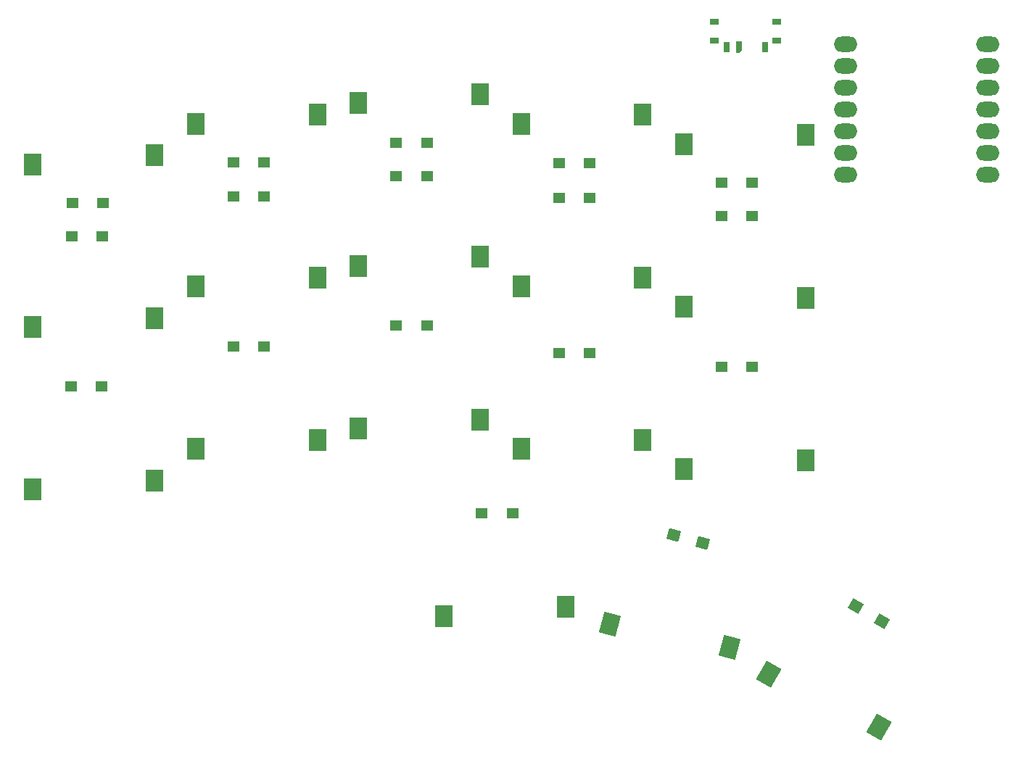
<source format=gtp>
%TF.GenerationSoftware,KiCad,Pcbnew,8.0.5*%
%TF.CreationDate,2024-10-10T02:33:46+03:00*%
%TF.ProjectId,1_3S,315f3353-2e6b-4696-9361-645f70636258,rev?*%
%TF.SameCoordinates,Original*%
%TF.FileFunction,Paste,Top*%
%TF.FilePolarity,Positive*%
%FSLAX46Y46*%
G04 Gerber Fmt 4.6, Leading zero omitted, Abs format (unit mm)*
G04 Created by KiCad (PCBNEW 8.0.5) date 2024-10-10 02:33:46*
%MOMM*%
%LPD*%
G01*
G04 APERTURE LIST*
G04 Aperture macros list*
%AMRotRect*
0 Rectangle, with rotation*
0 The origin of the aperture is its center*
0 $1 length*
0 $2 width*
0 $3 Rotation angle, in degrees counterclockwise*
0 Add horizontal line*
21,1,$1,$2,0,0,$3*%
%AMOutline5P*
0 Free polygon, 5 corners , with rotation*
0 The origin of the aperture is its center*
0 number of corners: always 5*
0 $1 to $10 corner X, Y*
0 $11 Rotation angle, in degrees counterclockwise*
0 create outline with 5 corners*
4,1,5,$1,$2,$3,$4,$5,$6,$7,$8,$9,$10,$1,$2,$11*%
%AMOutline6P*
0 Free polygon, 6 corners , with rotation*
0 The origin of the aperture is its center*
0 number of corners: always 6*
0 $1 to $12 corner X, Y*
0 $13 Rotation angle, in degrees counterclockwise*
0 create outline with 6 corners*
4,1,6,$1,$2,$3,$4,$5,$6,$7,$8,$9,$10,$11,$12,$1,$2,$13*%
%AMOutline7P*
0 Free polygon, 7 corners , with rotation*
0 The origin of the aperture is its center*
0 number of corners: always 7*
0 $1 to $14 corner X, Y*
0 $15 Rotation angle, in degrees counterclockwise*
0 create outline with 7 corners*
4,1,7,$1,$2,$3,$4,$5,$6,$7,$8,$9,$10,$11,$12,$13,$14,$1,$2,$15*%
%AMOutline8P*
0 Free polygon, 8 corners , with rotation*
0 The origin of the aperture is its center*
0 number of corners: always 8*
0 $1 to $16 corner X, Y*
0 $17 Rotation angle, in degrees counterclockwise*
0 create outline with 8 corners*
4,1,8,$1,$2,$3,$4,$5,$6,$7,$8,$9,$10,$11,$12,$13,$14,$15,$16,$1,$2,$17*%
G04 Aperture macros list end*
%ADD10RotRect,2.000000X2.500000X330.000000*%
%ADD11R,2.000000X2.500000*%
%ADD12RotRect,2.000000X2.500000X345.000000*%
%ADD13RotRect,1.425000X1.300000X165.000000*%
%ADD14R,1.425000X1.300000*%
%ADD15RotRect,1.425000X1.300000X150.000000*%
%ADD16O,2.750000X1.800000*%
%ADD17R,1.000000X0.800000*%
%ADD18R,0.700000X1.280000*%
%ADD19Outline5P,-0.350000X0.640000X0.350000X0.640000X0.350000X-0.360000X0.070000X-0.640000X-0.350000X-0.640000X0.000000*%
G04 APERTURE END LIST*
D10*
X183232906Y-132298819D03*
X196055467Y-138489492D03*
D11*
X116300000Y-86990970D03*
X130500000Y-85940970D03*
D12*
X164658126Y-126472581D03*
X178646033Y-129133590D03*
D11*
X97300000Y-72740970D03*
X111500000Y-71690970D03*
X154300000Y-67990970D03*
X168500000Y-66940970D03*
X116300000Y-105990970D03*
X130500000Y-104940970D03*
X173300000Y-89365970D03*
X187500000Y-88315970D03*
X173300000Y-70365970D03*
X187500000Y-69315970D03*
X154300000Y-105990970D03*
X168500000Y-104940970D03*
X154300000Y-86990970D03*
X168500000Y-85940970D03*
X116300000Y-67990970D03*
X130500000Y-66940970D03*
X173300000Y-108365970D03*
X187500000Y-107315970D03*
X97300000Y-91740970D03*
X111500000Y-90690970D03*
X135300000Y-65615970D03*
X149500000Y-64565970D03*
X145300000Y-125490700D03*
X159500000Y-124440700D03*
X135300000Y-103615970D03*
X149500000Y-102565970D03*
X97300000Y-110740970D03*
X111500000Y-109690970D03*
X135300000Y-84615970D03*
X149500000Y-83565970D03*
D13*
X175526592Y-116962639D03*
X172073408Y-116037361D03*
D14*
X181287500Y-96400000D03*
X177712500Y-96400000D03*
D15*
X196448020Y-126093750D03*
X193351980Y-124306250D03*
D14*
X153287500Y-113500000D03*
X149712500Y-113500000D03*
X105487500Y-77300000D03*
X101912500Y-77300000D03*
X105419500Y-81197000D03*
X101844500Y-81197000D03*
X162287500Y-94800000D03*
X158712500Y-94800000D03*
X181287500Y-74900000D03*
X177712500Y-74900000D03*
X181287500Y-78800000D03*
X177712500Y-78800000D03*
X143287500Y-70200000D03*
X139712500Y-70200000D03*
X143287500Y-74100000D03*
X139712500Y-74100000D03*
D16*
X208794960Y-58696046D03*
X208794960Y-61236046D03*
X208794960Y-63776046D03*
X208794960Y-66316046D03*
X208794960Y-68856046D03*
X208794960Y-71396046D03*
X208794960Y-73936046D03*
X192205040Y-73936046D03*
X192205040Y-71396046D03*
X192205040Y-68856046D03*
X192205040Y-66316046D03*
X192205040Y-63776046D03*
X192205040Y-61236046D03*
X192205040Y-58696046D03*
D14*
X162287500Y-72600000D03*
X158712500Y-72600000D03*
X124287500Y-72500000D03*
X120712500Y-72500000D03*
X143287500Y-91600000D03*
X139712500Y-91600000D03*
X162287500Y-76700000D03*
X158712500Y-76700000D03*
D17*
X184150000Y-58300970D03*
X184150000Y-56080970D03*
X176850000Y-58300970D03*
X176850000Y-56080970D03*
D18*
X182750000Y-59060970D03*
D19*
X179750000Y-59060970D03*
D18*
X178250000Y-59060970D03*
D14*
X124287500Y-76500000D03*
X120712500Y-76500000D03*
X124287500Y-94000000D03*
X120712500Y-94000000D03*
X105287500Y-98700000D03*
X101712500Y-98700000D03*
M02*

</source>
